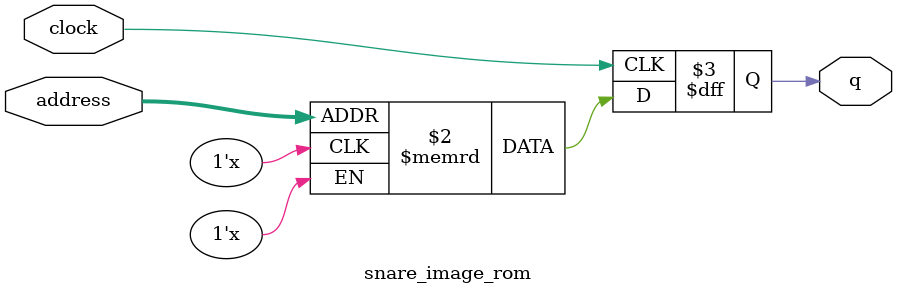
<source format=sv>
module snare_image_rom (
	input logic clock,
	input logic [10:0] address,
	output logic [0:0] q
);

logic [0:0] memory [0:1224] /* synthesis ram_init_file = "./snare_image/snare_image.mif" */;

always_ff @ (posedge clock) begin
	q <= memory[address];
end

endmodule

</source>
